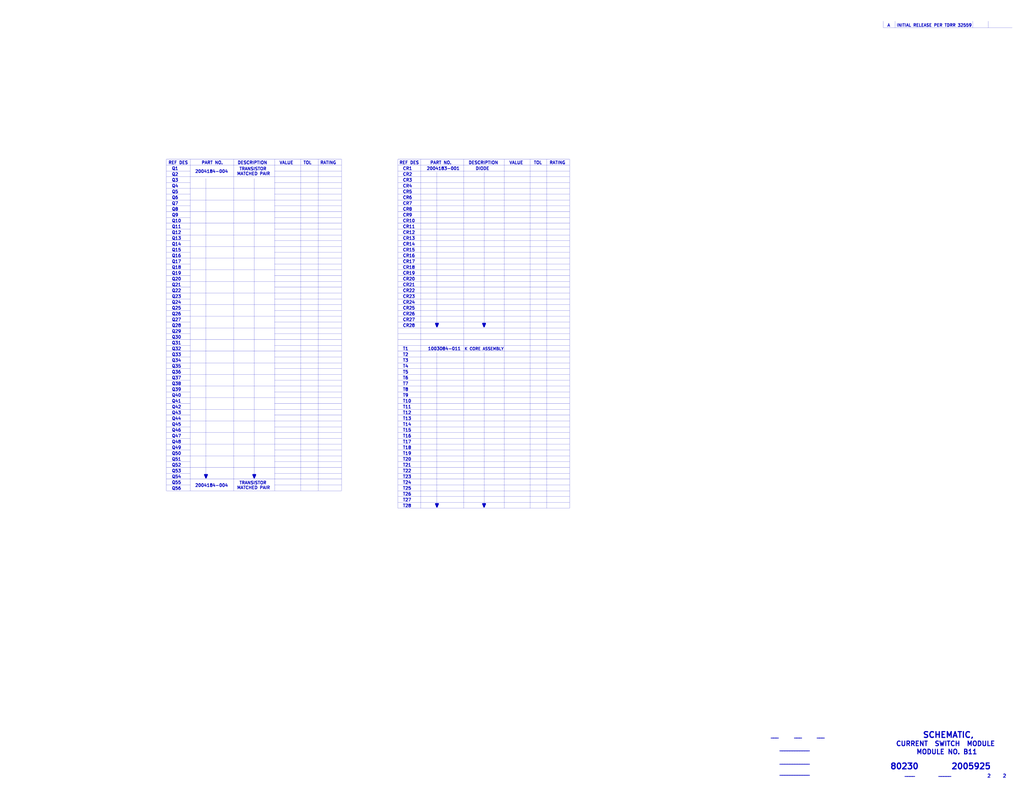
<source format=kicad_sch>
(kicad_sch (version 20211123) (generator eeschema)
  (paper "E")
  (lib_symbols)
  (polyline (pts (xy 529.59 550.2402) (xy 528.32 553.4152)) (stroke (width 1.524) (type solid)))
  (polyline (pts (xy 434.34 370.84) (xy 621.665 370.84)) (stroke (width 0) (type solid)))
  (polyline (pts (xy 224.79 194.945) (xy 224.79 521.97)) (stroke (width 0) (type solid)))
  (polyline (pts (xy 434.34 173.99) (xy 621.665 173.99)) (stroke (width 0) (type solid)))
  (polyline (pts (xy 434.34 440.69) (xy 621.665 440.69)) (stroke (width 0) (type solid)))
  (polyline (pts (xy 181.61 199.39) (xy 207.645 199.39)) (stroke (width 0) (type solid)))
  (polyline (pts (xy 224.79 521.6652) (xy 223.52 518.4902)) (stroke (width 1.524) (type solid)))
  (polyline (pts (xy 434.34 269.24) (xy 621.665 269.24)) (stroke (width 0) (type solid)))
  (polyline (pts (xy 434.34 262.89) (xy 621.665 262.89)) (stroke (width 0) (type solid)))
  (polyline (pts (xy 478.155 550.2402) (xy 476.885 553.4152)) (stroke (width 1.524) (type solid)))
  (polyline (pts (xy 434.34 389.89) (xy 621.665 389.89)) (stroke (width 0) (type solid)))
  (polyline (pts (xy 372.745 199.39) (xy 299.72 199.39)) (stroke (width 0) (type solid)))
  (polyline (pts (xy 372.745 237.49) (xy 299.72 237.49)) (stroke (width 0) (type solid)))
  (polyline (pts (xy 964.1332 30.226) (xy 1104.7222 30.226)) (stroke (width 0) (type solid)))
  (polyline (pts (xy 372.745 339.09) (xy 299.72 339.09)) (stroke (width 0) (type solid)))
  (polyline (pts (xy 181.61 231.14) (xy 372.745 231.14)) (stroke (width 0) (type solid)))
  (polyline (pts (xy 181.61 269.24) (xy 372.745 269.24)) (stroke (width 0) (type solid)))
  (polyline (pts (xy 181.61 351.79) (xy 207.645 351.79)) (stroke (width 0) (type solid)))
  (polyline (pts (xy 528.32 356.5652) (xy 527.05 353.3902)) (stroke (width 1.524) (type solid)))
  (polyline (pts (xy 434.34 497.84) (xy 621.665 497.84)) (stroke (width 0) (type solid)))
  (polyline (pts (xy 181.61 173.99) (xy 372.745 173.99)) (stroke (width 0) (type solid)))
  (polyline (pts (xy 372.745 212.09) (xy 299.72 212.09)) (stroke (width 0) (type solid)))
  (polyline (pts (xy 372.745 377.19) (xy 299.72 377.19)) (stroke (width 0) (type solid)))
  (polyline (pts (xy 372.745 250.19) (xy 299.72 250.19)) (stroke (width 0) (type solid)))
  (polyline (pts (xy 372.745 440.69) (xy 299.72 440.69)) (stroke (width 0) (type solid)))
  (polyline (pts (xy 372.745 364.49) (xy 299.72 364.49)) (stroke (width 0) (type solid)))
  (polyline (pts (xy 207.645 173.99) (xy 207.645 535.94)) (stroke (width 0) (type solid)))
  (polyline (pts (xy 372.745 478.79) (xy 299.72 478.79)) (stroke (width 0) (type solid)))
  (polyline (pts (xy 434.34 326.39) (xy 621.665 326.39)) (stroke (width 0) (type solid)))
  (polyline (pts (xy 181.61 377.19) (xy 207.645 377.19)) (stroke (width 0) (type solid)))
  (polyline (pts (xy 181.61 262.89) (xy 207.645 262.89)) (stroke (width 0) (type solid)))
  (polyline (pts (xy 181.61 294.64) (xy 372.745 294.64)) (stroke (width 0) (type solid)))
  (polyline (pts (xy 434.34 332.74) (xy 621.665 332.74)) (stroke (width 0) (type solid)))
  (polyline (pts (xy 223.52 518.4902) (xy 226.06 518.4902)) (stroke (width 1.524) (type solid)))
  (polyline (pts (xy 299.72 173.99) (xy 299.72 535.94)) (stroke (width 0) (type solid)))
  (polyline (pts (xy 976.8332 23.114) (xy 976.8332 30.226)) (stroke (width 0) (type solid)))
  (polyline (pts (xy 475.615 550.2402) (xy 478.155 550.2402)) (stroke (width 1.524) (type solid)))
  (polyline (pts (xy 434.34 535.94) (xy 621.665 535.94)) (stroke (width 0) (type solid)))
  (polyline (pts (xy 434.34 421.64) (xy 621.665 421.64)) (stroke (width 0) (type solid)))
  (polyline (pts (xy 181.61 205.74) (xy 372.745 205.74)) (stroke (width 0) (type solid)))
  (polyline (pts (xy 277.495 194.945) (xy 277.495 521.97)) (stroke (width 0) (type solid)))
  (polyline (pts (xy 596.9 554.99) (xy 596.9 173.99)) (stroke (width 0) (type solid)))
  (polyline (pts (xy 181.61 383.54) (xy 372.745 383.54)) (stroke (width 0) (type solid)))
  (polyline (pts (xy 434.34 415.29) (xy 621.665 415.29)) (stroke (width 0) (type solid)))
  (polyline (pts (xy 434.34 237.49) (xy 621.665 237.49)) (stroke (width 0) (type solid)))
  (polyline (pts (xy 181.61 389.89) (xy 207.645 389.89)) (stroke (width 0) (type solid)))
  (polyline (pts (xy 181.61 402.59) (xy 207.645 402.59)) (stroke (width 0) (type solid)))
  (polyline (pts (xy 328.295 535.94) (xy 328.295 173.99)) (stroke (width 0) (type solid)))
  (polyline (pts (xy 1061.5422 23.114) (xy 1061.5422 30.226)) (stroke (width 0) (type solid)))
  (polyline (pts (xy 434.34 459.74) (xy 621.665 459.74)) (stroke (width 0) (type solid)))
  (polyline (pts (xy 372.745 288.29) (xy 299.72 288.29)) (stroke (width 0) (type solid)))
  (polyline (pts (xy 434.34 320.04) (xy 621.665 320.04)) (stroke (width 0) (type solid)))
  (polyline (pts (xy 528.32 356.87) (xy 528.32 187.96)) (stroke (width 0) (type solid)))
  (polyline (pts (xy 434.34 548.64) (xy 621.665 548.64)) (stroke (width 0) (type solid)))
  (polyline (pts (xy 476.885 356.5652) (xy 475.615 353.3902)) (stroke (width 1.524) (type solid)))
  (polyline (pts (xy 181.61 339.09) (xy 207.645 339.09)) (stroke (width 0) (type solid)))
  (polyline (pts (xy 372.745 516.89) (xy 299.72 516.89)) (stroke (width 0) (type solid)))
  (polyline (pts (xy 372.745 224.79) (xy 299.72 224.79)) (stroke (width 0) (type solid)))
  (polyline (pts (xy 506.095 173.99) (xy 506.095 554.99)) (stroke (width 0) (type solid)))
  (polyline (pts (xy 276.225 518.4902) (xy 278.765 518.4902)) (stroke (width 1.524) (type solid)))
  (polyline (pts (xy 277.495 521.6652) (xy 276.225 518.4902)) (stroke (width 1.524) (type solid)))
  (polyline (pts (xy 434.34 427.99) (xy 621.665 427.99)) (stroke (width 0) (type solid)))
  (polyline (pts (xy 181.61 529.59) (xy 207.645 529.59)) (stroke (width 0) (type solid)))
  (polyline (pts (xy 475.615 353.3902) (xy 478.155 353.3902)) (stroke (width 1.524) (type solid)))
  (polyline (pts (xy 434.34 523.24) (xy 621.665 523.24)) (stroke (width 0) (type solid)))
  (polyline (pts (xy 434.34 231.14) (xy 621.665 231.14)) (stroke (width 0) (type solid)))
  (polyline (pts (xy 372.745 300.99) (xy 299.72 300.99)) (stroke (width 0) (type solid)))
  (polyline (pts (xy 1078.4332 23.114) (xy 1078.4332 30.226)) (stroke (width 0) (type solid)))
  (polyline (pts (xy 527.05 353.3902) (xy 529.59 353.3902)) (stroke (width 1.524) (type solid)))
  (polyline (pts (xy 372.745 453.39) (xy 299.72 453.39)) (stroke (width 0) (type solid)))
  (polyline (pts (xy 478.155 353.3902) (xy 476.885 356.5652)) (stroke (width 1.524) (type solid)))
  (polyline (pts (xy 434.34 199.39) (xy 621.665 199.39)) (stroke (width 0) (type solid)))
  (polyline (pts (xy 528.32 553.4152) (xy 527.05 550.2402)) (stroke (width 1.524) (type solid)))
  (polyline (pts (xy 181.61 224.79) (xy 207.645 224.79)) (stroke (width 0) (type solid)))
  (polyline (pts (xy 434.34 256.54) (xy 621.665 256.54)) (stroke (width 0) (type solid)))
  (polyline (pts (xy 181.61 466.09) (xy 207.645 466.09)) (stroke (width 0) (type solid)))
  (polyline (pts (xy 529.59 353.3902) (xy 528.32 356.5652)) (stroke (width 1.524) (type solid)))
  (polyline (pts (xy 434.34 447.04) (xy 621.665 447.04)) (stroke (width 0) (type solid)))
  (polyline (pts (xy 372.745 504.19) (xy 299.72 504.19)) (stroke (width 0) (type solid)))
  (polyline (pts (xy 434.34 529.59) (xy 621.665 529.59)) (stroke (width 0) (type solid)))
  (polyline (pts (xy 476.885 384.81) (xy 476.885 553.72)) (stroke (width 0) (type solid)))
  (polyline (pts (xy 181.61 288.29) (xy 207.645 288.29)) (stroke (width 0) (type solid)))
  (polyline (pts (xy 181.61 193.04) (xy 372.745 193.04)) (stroke (width 0) (type solid)))
  (polyline (pts (xy 434.34 345.44) (xy 621.665 345.44)) (stroke (width 0) (type solid)))
  (polyline (pts (xy 181.61 523.24) (xy 372.745 523.24)) (stroke (width 0) (type solid)))
  (polyline (pts (xy 434.34 408.94) (xy 621.665 408.94)) (stroke (width 0) (type solid)))
  (polyline (pts (xy 372.745 389.89) (xy 299.72 389.89)) (stroke (width 0) (type solid)))
  (polyline (pts (xy 181.61 186.69) (xy 207.645 186.69)) (stroke (width 0) (type solid)))
  (polyline (pts (xy 181.61 535.94) (xy 372.745 535.94)) (stroke (width 0) (type solid)))
  (polyline (pts (xy 181.61 281.94) (xy 372.745 281.94)) (stroke (width 0) (type solid)))
  (polyline (pts (xy 181.61 434.34) (xy 372.745 434.34)) (stroke (width 0) (type solid)))
  (polyline (pts (xy 434.34 472.44) (xy 621.665 472.44)) (stroke (width 0) (type solid)))
  (polyline (pts (xy 181.61 510.54) (xy 372.745 510.54)) (stroke (width 0) (type solid)))
  (polyline (pts (xy 434.34 300.99) (xy 621.665 300.99)) (stroke (width 0) (type solid)))
  (polyline (pts (xy 434.34 180.34) (xy 621.665 180.34)) (stroke (width 0) (type solid)))
  (polyline (pts (xy 181.61 307.34) (xy 372.745 307.34)) (stroke (width 0) (type solid)))
  (polyline (pts (xy 181.61 427.99) (xy 207.645 427.99)) (stroke (width 0) (type solid)))
  (polyline (pts (xy 181.61 447.04) (xy 372.745 447.04)) (stroke (width 0) (type solid)))
  (polyline (pts (xy 181.61 256.54) (xy 372.745 256.54)) (stroke (width 0) (type solid)))
  (polyline (pts (xy 434.34 396.24) (xy 621.665 396.24)) (stroke (width 0) (type solid)))
  (polyline (pts (xy 181.61 504.19) (xy 207.645 504.19)) (stroke (width 0) (type solid)))
  (polyline (pts (xy 434.34 478.79) (xy 621.665 478.79)) (stroke (width 0) (type solid)))
  (polyline (pts (xy 434.34 351.79) (xy 621.665 351.79)) (stroke (width 0) (type solid)))
  (polyline (pts (xy 181.61 478.79) (xy 207.645 478.79)) (stroke (width 0) (type solid)))
  (polyline (pts (xy 181.61 250.19) (xy 207.645 250.19)) (stroke (width 0) (type solid)))
  (polyline (pts (xy 181.61 497.84) (xy 372.745 497.84)) (stroke (width 0) (type solid)))
  (polyline (pts (xy 621.665 173.99) (xy 621.665 554.99)) (stroke (width 0) (type solid)))
  (polyline (pts (xy 434.34 377.19) (xy 621.665 377.19)) (stroke (width 0) (type solid)))
  (polyline (pts (xy 434.34 212.09) (xy 621.665 212.09)) (stroke (width 0) (type solid)))
  (polyline (pts (xy 372.745 186.69) (xy 299.72 186.69)) (stroke (width 0) (type solid)))
  (polyline (pts (xy 181.61 275.59) (xy 207.645 275.59)) (stroke (width 0) (type solid)))
  (polyline (pts (xy 226.06 518.4902) (xy 224.79 521.6652)) (stroke (width 1.524) (type solid)))
  (polyline (pts (xy 434.34 383.54) (xy 621.665 383.54)) (stroke (width 0) (type solid)))
  (polyline (pts (xy 434.34 275.59) (xy 621.665 275.59)) (stroke (width 0) (type solid)))
  (polyline (pts (xy 476.885 553.4152) (xy 475.615 550.2402)) (stroke (width 1.524) (type solid)))
  (polyline (pts (xy 434.34 542.29) (xy 621.665 542.29)) (stroke (width 0) (type solid)))
  (polyline (pts (xy 372.745 466.09) (xy 299.72 466.09)) (stroke (width 0) (type solid)))
  (polyline (pts (xy 434.34 434.34) (xy 621.665 434.34)) (stroke (width 0) (type solid)))
  (polyline (pts (xy 527.05 550.2402) (xy 529.59 550.2402)) (stroke (width 1.524) (type solid)))
  (polyline (pts (xy 434.34 504.19) (xy 621.665 504.19)) (stroke (width 0) (type solid)))
  (polyline (pts (xy 434.34 186.69) (xy 621.665 186.69)) (stroke (width 0) (type solid)))
  (polyline (pts (xy 347.345 173.99) (xy 347.345 535.94)) (stroke (width 0) (type solid)))
  (polyline (pts (xy 434.34 358.14) (xy 621.665 358.14)) (stroke (width 0) (type solid)))
  (polyline (pts (xy 476.885 187.96) (xy 476.885 356.87)) (stroke (width 0) (type solid)))
  (polyline (pts (xy 372.745 535.94) (xy 372.745 173.99)) (stroke (width 0) (type solid)))
  (polyline (pts (xy 181.61 485.14) (xy 372.745 485.14)) (stroke (width 0) (type solid)))
  (polyline (pts (xy 278.765 518.4902) (xy 277.495 521.6652)) (stroke (width 1.524) (type solid)))
  (polyline (pts (xy 434.34 243.84) (xy 621.665 243.84)) (stroke (width 0) (type solid)))
  (polyline (pts (xy 459.105 554.99) (xy 459.105 173.99)) (stroke (width 0) (type solid)))
  (polyline (pts (xy 181.61 300.99) (xy 207.645 300.99)) (stroke (width 0) (type solid)))
  (polyline (pts (xy 181.61 408.94) (xy 372.745 408.94)) (stroke (width 0) (type solid)))
  (polyline (pts (xy 434.34 339.09) (xy 621.665 339.09)) (stroke (width 0) (type solid)))
  (polyline (pts (xy 181.61 440.69) (xy 207.645 440.69)) (stroke (width 0) (type solid)))
  (polyline (pts (xy 181.61 326.39) (xy 207.645 326.39)) (stroke (width 0) (type solid)))
  (polyline (pts (xy 181.61 421.64) (xy 372.745 421.64)) (stroke (width 0) (type solid)))
  (polyline (pts (xy 434.34 313.69) (xy 621.665 313.69)) (stroke (width 0) (type solid)))
  (polyline (pts (xy 434.34 453.39) (xy 621.665 453.39)) (stroke (width 0) (type solid)))
  (polyline (pts (xy 434.34 173.99) (xy 434.34 554.99)) (stroke (width 0) (type solid)))
  (polyline (pts (xy 372.745 275.59) (xy 299.72 275.59)) (stroke (width 0) (type solid)))
  (polyline (pts (xy 181.61 345.44) (xy 372.745 345.44)) (stroke (width 0) (type solid)))
  (polyline (pts (xy 181.61 453.39) (xy 207.645 453.39)) (stroke (width 0) (type solid)))
  (polyline (pts (xy 372.745 415.29) (xy 299.72 415.29)) (stroke (width 0) (type solid)))
  (polyline (pts (xy 434.34 281.94) (xy 621.665 281.94)) (stroke (width 0) (type solid)))
  (polyline (pts (xy 372.745 262.89) (xy 299.72 262.89)) (stroke (width 0) (type solid)))
  (polyline (pts (xy 434.34 554.99) (xy 621.665 554.99)) (stroke (width 0) (type solid)))
  (polyline (pts (xy 181.61 332.74) (xy 372.745 332.74)) (stroke (width 0) (type solid)))
  (polyline (pts (xy 434.34 485.14) (xy 621.665 485.14)) (stroke (width 0) (type solid)))
  (polyline (pts (xy 372.745 313.69) (xy 299.72 313.69)) (stroke (width 0) (type solid)))
  (polyline (pts (xy 372.745 402.59) (xy 299.72 402.59)) (stroke (width 0) (type solid)))
  (polyline (pts (xy 181.61 459.74) (xy 372.745 459.74)) (stroke (width 0) (type solid)))
  (polyline (pts (xy 434.34 466.09) (xy 621.665 466.09)) (stroke (width 0) (type solid)))
  (polyline (pts (xy 181.61 313.69) (xy 207.645 313.69)) (stroke (width 0) (type solid)))
  (polyline (pts (xy 181.61 472.44) (xy 372.745 472.44)) (stroke (width 0) (type solid)))
  (polyline (pts (xy 434.34 218.44) (xy 621.665 218.44)) (stroke (width 0) (type solid)))
  (polyline (pts (xy 181.61 358.14) (xy 372.745 358.14)) (stroke (width 0) (type solid)))
  (polyline (pts (xy 372.745 351.79) (xy 299.72 351.79)) (stroke (width 0) (type solid)))
  (polyline (pts (xy 434.34 516.89) (xy 621.665 516.89)) (stroke (width 0) (type solid)))
  (polyline (pts (xy 181.61 212.09) (xy 207.645 212.09)) (stroke (width 0) (type solid)))
  (polyline (pts (xy 181.61 491.49) (xy 207.645 491.49)) (stroke (width 0) (type solid)))
  (polyline (pts (xy 181.61 516.89) (xy 207.645 516.89)) (stroke (width 0) (type solid)))
  (polyline (pts (xy 181.61 237.49) (xy 207.645 237.49)) (stroke (width 0) (type solid)))
  (polyline (pts (xy 434.34 491.49) (xy 621.665 491.49)) (stroke (width 0) (type solid)))
  (polyline (pts (xy 372.745 529.59) (xy 299.72 529.59)) (stroke (width 0) (type solid)))
  (polyline (pts (xy 372.745 491.49) (xy 299.72 491.49)) (stroke (width 0) (type solid)))
  (polyline (pts (xy 181.61 243.84) (xy 372.745 243.84)) (stroke (width 0) (type solid)))
  (polyline (pts (xy 181.61 173.99) (xy 181.61 535.94)) (stroke (width 0) (type solid)))
  (polyline (pts (xy 964.1332 23.114) (xy 964.1332 30.226)) (stroke (width 0) (type solid)))
  (polyline (pts (xy 181.61 415.29) (xy 207.645 415.29)) (stroke (width 0) (type solid)))
  (polyline (pts (xy 181.61 180.34) (xy 372.745 180.34)) (stroke (width 0) (type solid)))
  (polyline (pts (xy 181.61 364.49) (xy 207.645 364.49)) (stroke (width 0) (type solid)))
  (polyline (pts (xy 528.32 553.72) (xy 528.32 384.81)) (stroke (width 0) (type solid)))
  (polyline (pts (xy 550.545 554.99) (xy 550.545 173.99)) (stroke (width 0) (type solid)))
  (polyline (pts (xy 434.34 307.34) (xy 621.665 307.34)) (stroke (width 0) (type solid)))
  (polyline (pts (xy 434.34 250.19) (xy 621.665 250.19)) (stroke (width 0) (type solid)))
  (polyline (pts (xy 181.61 320.04) (xy 372.745 320.04)) (stroke (width 0) (type solid)))
  (polyline (pts (xy 434.34 294.64) (xy 621.665 294.64)) (stroke (width 0) (type solid)))
  (polyline (pts (xy 434.34 402.59) (xy 621.665 402.59)) (stroke (width 0) (type solid)))
  (polyline (pts (xy 181.61 370.84) (xy 372.745 370.84)) (stroke (width 0) (type solid)))
  (polyline (pts (xy 434.34 288.29) (xy 621.665 288.29)) (stroke (width 0) (type solid)))
  (polyline (pts (xy 181.61 218.44) (xy 372.745 218.44)) (stroke (width 0) (type solid)))
  (polyline (pts (xy 372.745 326.39) (xy 299.72 326.39)) (stroke (width 0) (type solid)))
  (polyline (pts (xy 434.34 193.04) (xy 621.665 193.04)) (stroke (width 0) (type solid)))
  (polyline (pts (xy 372.745 427.99) (xy 299.72 427.99)) (stroke (width 0) (type solid)))
  (polyline (pts (xy 578.485 173.99) (xy 578.485 554.99)) (stroke (width 0) (type solid)))
  (polyline (pts (xy 434.34 510.54) (xy 621.665 510.54)) (stroke (width 0) (type solid)))
  (polyline (pts (xy 434.34 364.49) (xy 621.665 364.49)) (stroke (width 0) (type solid)))
  (polyline (pts (xy 255.27 535.94) (xy 255.27 173.99)) (stroke (width 0) (type solid)))
  (polyline (pts (xy 181.61 396.24) (xy 372.745 396.24)) (stroke (width 0) (type solid)))
  (polyline (pts (xy 434.34 224.79) (xy 621.665 224.79)) (stroke (width 0) (type solid)))
  (polyline (pts (xy 434.34 205.74) (xy 621.665 205.74)) (stroke (width 0) (type solid)))
  (text "Q32" (at 187.325 382.905 0) (effects (font (size 3.302 3.302) (thickness 0.6604) bold) (justify left bottom)))
  (text "CR27" (at 439.42 351.155 0) (effects (font (size 3.302 3.302) (thickness 0.6604) bold) (justify left bottom)))
  (text "Q3" (at 187.325 198.755 0) (effects (font (size 3.302 3.302) (thickness 0.6604) bold) (justify left bottom)))
  (text "MODULE NO. B11" (at 999.7948 824.2046 0) (effects (font (size 5.08 5.08) (thickness 1.016) bold) (justify left bottom)))
  (text "Q21" (at 187.325 313.055 0) (effects (font (size 3.302 3.302) (thickness 0.6604) bold) (justify left bottom)))
  (text "Q24" (at 187.325 332.105 0) (effects (font (size 3.302 3.302) (thickness 0.6604) bold) (justify left bottom)))
  (text "T15" (at 439.42 471.805 0) (effects (font (size 3.302 3.302) (thickness 0.6604) bold) (justify left bottom)))
  (text "Q4" (at 187.325 205.105 0) (effects (font (size 3.302 3.302) (thickness 0.6604) bold) (justify left bottom)))
  (text "Q51" (at 187.325 503.555 0) (effects (font (size 3.302 3.302) (thickness 0.6604) bold) (justify left bottom)))
  (text "CR5" (at 439.42 211.455 0) (effects (font (size 3.302 3.302) (thickness 0.6604) bold) (justify left bottom)))
  (text "Q34" (at 187.325 395.605 0) (effects (font (size 3.302 3.302) (thickness 0.6604) bold) (justify left bottom)))
  (text "____" (at 987.0948 848.3346 0) (effects (font (size 3.556 3.556) (thickness 0.7112) bold) (justify left bottom)))
  (text "T21" (at 439.42 509.905 0) (effects (font (size 3.302 3.302) (thickness 0.6604) bold) (justify left bottom)))
  (text "Q50" (at 187.325 497.205 0) (effects (font (size 3.302 3.302) (thickness 0.6604) bold) (justify left bottom)))
  (text "Q16" (at 187.325 281.305 0) (effects (font (size 3.302 3.302) (thickness 0.6604) bold) (justify left bottom)))
  (text "DESCRIPTION" (at 259.08 179.705 0) (effects (font (size 3.302 3.302) (thickness 0.6604) bold) (justify left bottom)))
  (text "Q30" (at 187.325 370.205 0) (effects (font (size 3.302 3.302) (thickness 0.6604) bold) (justify left bottom)))
  (text "Q27" (at 187.325 351.155 0) (effects (font (size 3.302 3.302) (thickness 0.6604) bold) (justify left bottom)))
  (text "Q47" (at 187.325 478.155 0) (effects (font (size 3.302 3.302) (thickness 0.6604) bold) (justify left bottom)))
  (text "T27" (at 439.42 548.005 0) (effects (font (size 3.302 3.302) (thickness 0.6604) bold) (justify left bottom)))
  (text "CR4" (at 439.42 205.105 0) (effects (font (size 3.302 3.302) (thickness 0.6604) bold) (justify left bottom)))
  (text "T24" (at 439.42 528.955 0) (effects (font (size 3.302 3.302) (thickness 0.6604) bold) (justify left bottom)))
  (text "Q49" (at 187.325 490.855 0) (effects (font (size 3.302 3.302) (thickness 0.6604) bold) (justify left bottom)))
  (text "Q54" (at 187.325 522.605 0) (effects (font (size 3.302 3.302) (thickness 0.6604) bold) (justify left bottom)))
  (text "____________" (at 850.5698 834.9996 0) (effects (font (size 3.556 3.556) (thickness 0.7112) bold) (justify left bottom)))
  (text "T10" (at 439.42 440.055 0) (effects (font (size 3.302 3.302) (thickness 0.6604) bold) (justify left bottom)))
  (text "T3" (at 439.42 395.605 0) (effects (font (size 3.302 3.302) (thickness 0.6604) bold) (justify left bottom)))
  (text "Q33" (at 187.325 389.255 0) (effects (font (size 3.302 3.302) (thickness 0.6604) bold) (justify left bottom)))
  (text "2004184-004\n" (at 212.725 189.23 0) (effects (font (size 3.302 3.302) (thickness 0.6604) bold) (justify left bottom)))
  (text "Q6" (at 187.325 217.805 0) (effects (font (size 3.302 3.302) (thickness 0.6604) bold) (justify left bottom)))
  (text "VALUE" (at 555.625 179.705 0) (effects (font (size 3.302 3.302) (thickness 0.6604) bold) (justify left bottom)))
  (text "Q56" (at 187.325 535.305 0) (effects (font (size 3.302 3.302) (thickness 0.6604) bold) (justify left bottom)))
  (text "Q18" (at 187.325 294.005 0) (effects (font (size 3.302 3.302) (thickness 0.6604) bold) (justify left bottom)))
  (text "Q7" (at 187.325 224.155 0) (effects (font (size 3.302 3.302) (thickness 0.6604) bold) (justify left bottom)))
  (text "T25" (at 439.42 535.305 0) (effects (font (size 3.302 3.302) (thickness 0.6604) bold) (justify left bottom)))
  (text "CR15" (at 439.42 274.955 0) (effects (font (size 3.302 3.302) (thickness 0.6604) bold) (justify left bottom)))
  (text "T7" (at 439.42 421.005 0) (effects (font (size 3.302 3.302) (thickness 0.6604) bold) (justify left bottom)))
  (text "CR14" (at 439.42 268.605 0) (effects (font (size 3.302 3.302) (thickness 0.6604) bold) (justify left bottom)))
  (text "T8" (at 439.42 427.355 0) (effects (font (size 3.302 3.302) (thickness 0.6604) bold) (justify left bottom)))
  (text "Q52" (at 187.325 509.905 0) (effects (font (size 3.302 3.302) (thickness 0.6604) bold) (justify left bottom)))
  (text "TOL" (at 582.295 179.705 0) (effects (font (size 3.302 3.302) (thickness 0.6604) bold) (justify left bottom)))
  (text "CR16" (at 439.42 281.305 0) (effects (font (size 3.302 3.302) (thickness 0.6604) bold) (justify left bottom)))
  (text "CR17" (at 439.42 287.655 0) (effects (font (size 3.302 3.302) (thickness 0.6604) bold) (justify left bottom)))
  (text "DESCRIPTION" (at 511.175 179.705 0) (effects (font (size 3.302 3.302) (thickness 0.6604) bold) (justify left bottom)))
  (text "Q43" (at 187.325 452.755 0) (effects (font (size 3.302 3.302) (thickness 0.6604) bold) (justify left bottom)))
  (text "T18" (at 439.42 490.855 0) (effects (font (size 3.302 3.302) (thickness 0.6604) bold) (justify left bottom)))
  (text "80230" (at 971.2198 840.7146 0) (effects (font (size 6.35 6.35) (thickness 1.27) bold) (justify left bottom)))
  (text "___" (at 891.2098 806.4246 0) (effects (font (size 3.556 3.556) (thickness 0.7112) bold) (justify left bottom)))
  (text " TRANSISTOR\nMATCHED PAIR" (at 258.445 191.77 0) (effects (font (size 3.302 3.302) (thickness 0.6604) bold) (justify left bottom)))
  (text "Q8" (at 187.325 230.505 0) (effects (font (size 3.302 3.302) (thickness 0.6604) bold) (justify left bottom)))
  (text "T19" (at 439.42 497.205 0) (effects (font (size 3.302 3.302) (thickness 0.6604) bold) (justify left bottom)))
  (text "TOL" (at 330.835 179.705 0) (effects (font (size 3.302 3.302) (thickness 0.6604) bold) (justify left bottom)))
  (text "INITIAL RELEASE PER TDRR 32559" (at 978.3572 29.591 0) (effects (font (size 3.175 3.175) (thickness 0.635) bold) (justify left bottom)))
  (text "T22" (at 439.42 516.255 0) (effects (font (size 3.302 3.302) (thickness 0.6604) bold) (justify left bottom)))
  (text "T1" (at 439.42 382.905 0) (effects (font (size 3.302 3.302) (thickness 0.6604) bold) (justify left bottom)))
  (text "Q55" (at 187.325 528.955 0) (effects (font (size 3.302 3.302) (thickness 0.6604) bold) (justify left bottom)))
  (text "Q12" (at 187.325 255.905 0) (effects (font (size 3.302 3.302) (thickness 0.6604) bold) (justify left bottom)))
  (text "Q19" (at 187.325 300.355 0) (effects (font (size 3.302 3.302) (thickness 0.6604) bold) (justify left bottom)))
  (text "CR23" (at 439.42 325.755 0) (effects (font (size 3.302 3.302) (thickness 0.6604) bold) (justify left bottom)))
  (text "CR13" (at 439.42 262.255 0) (effects (font (size 3.302 3.302) (thickness 0.6604) bold) (justify left bottom)))
  (text "T9" (at 439.42 433.705 0) (effects (font (size 3.302 3.302) (thickness 0.6604) bold) (justify left bottom)))
  (text "CR9" (at 439.42 236.855 0) (effects (font (size 3.302 3.302) (thickness 0.6604) bold) (justify left bottom)))
  (text " TRANSISTOR\nMATCHED PAIR" (at 258.445 534.67 0) (effects (font (size 3.302 3.302) (thickness 0.6604) bold) (justify left bottom)))
  (text "CR25" (at 439.42 338.455 0) (effects (font (size 3.302 3.302) (thickness 0.6604) bold) (justify left bottom)))
  (text "PART NO." (at 469.265 179.705 0) (effects (font (size 3.302 3.302) (thickness 0.6604) bold) (justify left bottom)))
  (text "Q1" (at 187.325 186.055 0) (effects (font (size 3.302 3.302) (thickness 0.6604) bold) (justify left bottom)))
  (text "Q36" (at 187.325 408.305 0) (effects (font (size 3.302 3.302) (thickness 0.6604) bold) (justify left bottom)))
  (text "Q2" (at 187.325 192.405 0) (effects (font (size 3.302 3.302) (thickness 0.6604) bold) (justify left bottom)))
  (text "Q17" (at 187.325 287.655 0) (effects (font (size 3.302 3.302) (thickness 0.6604) bold) (justify left bottom)))
  (text "T20" (at 439.42 503.555 0) (effects (font (size 3.302 3.302) (thickness 0.6604) bold) (justify left bottom)))
  (text "CR7" (at 439.42 224.155 0) (effects (font (size 3.302 3.302) (thickness 0.6604) bold) (justify left bottom)))
  (text "Q53" (at 187.325 516.255 0) (effects (font (size 3.302 3.302) (thickness 0.6604) bold) (justify left bottom)))
  (text "Q41" (at 187.325 440.055 0) (effects (font (size 3.302 3.302) (thickness 0.6604) bold) (justify left bottom)))
  (text "Q25" (at 187.325 338.455 0) (effects (font (size 3.302 3.302) (thickness 0.6604) bold) (justify left bottom)))
  (text "CR1" (at 439.42 186.055 0) (effects (font (size 3.302 3.302) (thickness 0.6604) bold) (justify left bottom)))
  (text "Q38" (at 187.325 421.005 0) (effects (font (size 3.302 3.302) (thickness 0.6604) bold) (justify left bottom)))
  (text "Q10" (at 187.325 243.205 0) (effects (font (size 3.302 3.302) (thickness 0.6604) bold) (justify left bottom)))
  (text "REF DES" (at 183.515 179.705 0) (effects (font (size 3.302 3.302) (thickness 0.6604) bold) (justify left bottom)))
  (text "CR21" (at 439.42 313.055 0) (effects (font (size 3.302 3.302) (thickness 0.6604) bold) (justify left bottom)))
  (text "RATING" (at 349.25 179.705 0) (effects (font (size 3.302 3.302) (thickness 0.6604) bold) (justify left bottom)))
  (text "CR3" (at 439.42 198.755 0) (effects (font (size 3.302 3.302) (thickness 0.6604) bold) (justify left bottom)))
  (text "Q31" (at 187.325 376.555 0) (effects (font (size 3.302 3.302) (thickness 0.6604) bold) (justify left bottom)))
  (text "CR18" (at 439.42 294.005 0) (effects (font (size 3.302 3.302) (thickness 0.6604) bold) (justify left bottom)))
  (text "CR8" (at 439.42 230.505 0) (effects (font (size 3.302 3.302) (thickness 0.6604) bold) (justify left bottom)))
  (text "CR22" (at 439.42 319.405 0) (effects (font (size 3.302 3.302) (thickness 0.6604) bold) (justify left bottom)))
  (text "2004184-004\n" (at 212.725 532.13 0) (effects (font (size 3.302 3.302) (thickness 0.6604) bold) (justify left bottom)))
  (text "Q29" (at 187.325 363.855 0) (effects (font (size 3.302 3.302) (thickness 0.6604) bold) (justify left bottom)))
  (text "RATING" (at 599.44 179.705 0) (effects (font (size 3.302 3.302) (thickness 0.6604) bold) (justify left bottom)))
  (text "PART NO." (at 219.71 179.705 0) (effects (font (size 3.302 3.302) (thickness 0.6604) bold) (justify left bottom)))
  (text "Q42" (at 187.325 446.405 0) (effects (font (size 3.302 3.302) (thickness 0.6604) bold) (justify left bottom)))
  (text "Q46" (at 187.325 471.805 0) (effects (font (size 3.302 3.302) (thickness 0.6604) bold) (justify left bottom)))
  (text "Q11" (at 187.325 249.555 0) (effects (font (size 3.302 3.302) (thickness 0.6604) bold) (justify left bottom)))
  (text "Q40" (at 187.325 433.705 0) (effects (font (size 3.302 3.302) (thickness 0.6604) bold) (justify left bottom)))
  (text "Q28" (at 187.325 357.505 0) (effects (font (size 3.302 3.302) (thickness 0.6604) bold) (justify left bottom)))
  (text "T6" (at 439.42 414.655 0) (effects (font (size 3.302 3.302) (thickness 0.6604) bold) (justify left bottom)))
  (text "CR12" (at 439.42 255.905 0) (effects (font (size 3.302 3.302) (thickness 0.6604) bold) (justify left bottom)))
  (text "T5" (at 439.42 408.305 0) (effects (font (size 3.302 3.302) (thickness 0.6604) bold) (justify left bottom)))
  (text "Q23" (at 187.325 325.755 0) (effects (font (size 3.302 3.302) (thickness 0.6604) bold) (justify left bottom)))
  (text "A" (at 968.1972 29.591 0) (effects (font (size 3.175 3.175) (thickness 0.635) bold) (justify left bottom)))
  (text "Q45" (at 187.325 465.455 0) (effects (font (size 3.302 3.302) (thickness 0.6604) bold) (justify left bottom)))
  (text "_____" (at 1023.9248 848.3346 0) (effects (font (size 3.556 3.556) (thickness 0.7112) bold) (justify left bottom)))
  (text "___" (at 841.0448 806.4246 0) (effects (font (size 3.556 3.556) (thickness 0.7112) bold) (justify left bottom)))
  (text "CR20" (at 439.42 306.705 0) (effects (font (size 3.302 3.302) (thickness 0.6604) bold) (justify left bottom)))
  (text "Q22" (at 187.325 319.405 0) (effects (font (size 3.302 3.302) (thickness 0.6604) bold) (justify left bottom)))
  (text "T2" (at 439.42 389.255 0) (effects (font (size 3.302 3.302) (thickness 0.6604) bold) (justify left bottom)))
  (text "Q26" (at 187.325 344.805 0) (effects (font (size 3.302 3.302) (thickness 0.6604) bold) (justify left bottom)))
  (text "CR6" (at 439.42 217.805 0) (effects (font (size 3.302 3.302) (thickness 0.6604) bold) (justify left bottom)))
  (text "CR11" (at 439.42 249.555 0) (effects (font (size 3.302 3.302) (thickness 0.6604) bold) (justify left bottom)))
  (text "Q15" (at 187.325 274.955 0) (effects (font (size 3.302 3.302) (thickness 0.6604) bold) (justify left bottom)))
  (text "Q35" (at 187.325 401.955 0) (effects (font (size 3.302 3.302) (thickness 0.6604) bold) (justify left bottom)))
  (text "____________" (at 850.5698 820.3946 0) (effects (font (size 3.556 3.556) (thickness 0.7112) bold) (justify left bottom)))
  (text "CR19" (at 439.42 300.355 0) (effects (font (size 3.302 3.302) (thickness 0.6604) bold) (justify left bottom)))
  (text "Q13" (at 187.325 262.255 0) (effects (font (size 3.302 3.302) (thickness 0.6604) bold) (justify left bottom)))
  (text "2004183-001" (at 465.455 186.055 0) (effects (font (size 3.302 3.302) (thickness 0.6604) bold) (justify left bottom)))
  (text "Q39" (at 187.325 427.355 0) (effects (font (size 3.302 3.302) (thickness 0.6604) bold) (justify left bottom)))
  (text "T13" (at 439.42 459.105 0) (effects (font (size 3.302 3.302) (thickness 0.6604) bold) (justify left bottom)))
  (text "CR10" (at 439.42 243.205 0) (effects (font (size 3.302 3.302) (thickness 0.6604) bold) (justify left bottom)))
  (text "T4" (at 439.42 401.955 0) (effects (font (size 3.302 3.302) (thickness 0.6604) bold) (justify left bottom)))
  (text "Q48" (at 187.325 484.505 0) (effects (font (size 3.302 3.302) (thickness 0.6604) bold) (justify left bottom)))
  (text "T12" (at 439.42 452.755 0) (effects (font (size 3.302 3.302) (thickness 0.6604) bold) (justify left bottom)))
  (text "CR28" (at 439.42 357.505 0) (effects (font (size 3.302 3.302) (thickness 0.6604) bold) (justify left bottom)))
  (text "Q20" (at 187.325 306.705 0) (effects (font (size 3.302 3.302) (thickness 0.6604) bold) (justify left bottom)))
  (text "DIODE" (at 518.795 186.055 0) (effects (font (size 3.302 3.302) (thickness 0.6604) bold) (justify left bottom)))
  (text "CR24" (at 439.42 332.105 0) (effects (font (size 3.302 3.302) (thickness 0.6604) bold) (justify left bottom)))
  (text "CR26" (at 439.42 344.805 0) (effects (font (size 3.302 3.302) (thickness 0.6604) bold) (justify left bottom)))
  (text "2     2" (at 1077.2648 849.6046 0) (effects (font (size 3.556 3.556) (thickness 0.7112) bold) (justify left bottom)))
  (text "T28" (at 439.42 554.355 0) (effects (font (size 3.302 3.302) (thickness 0.6604) bold) (justify left bottom)))
  (text "CR2" (at 439.42 192.405 0) (effects (font (size 3.302 3.302) (thickness 0.6604) bold) (justify left bottom)))
  (text "T17" (at 439.42 484.505 0) (effects (font (size 3.302 3.302) (thickness 0.6604) bold) (justify left bottom)))
  (text "T16" (at 439.42 478.155 0) (effects (font (size 3.302 3.302) (thickness 0.6604) bold) (justify left bottom)))
  (text "CURRENT  SWITCH  MODULE" (at 977.5698 815.3146 0) (effects (font (size 5.08 5.08) (thickness 1.016) bold) (justify left bottom)))
  (text "T26" (at 439.42 541.655 0) (effects (font (size 3.302 3.302) (thickness 0.6604) bold) (justify left bottom)))
  (text "Q9" (at 187.325 236.855 0) (effects (font (size 3.302 3.302) (thickness 0.6604) bold) (justify left bottom)))
  (text "Q37" (at 187.325 414.655 0) (effects (font (size 3.302 3.302) (thickness 0.6604) bold) (justify left bottom)))
  (text "K CORE ASSEMBLY" (at 506.73 382.905 0) (effects (font (size 3.048 3.048) (thickness 0.6096) bold) (justify left bottom)))
  (text "___" (at 866.4448 806.4246 0) (effects (font (size 3.556 3.556) (thickness 0.7112) bold) (justify left bottom)))
  (text "SCHEMATIC," (at 1006.7798 806.4246 0) (effects (font (size 6.35 6.35) (thickness 1.27) bold) (justify left bottom)))
  (text "Q14" (at 187.325 268.605 0) (effects (font (size 3.302 3.302) (thickness 0.6604) bold) (justify left bottom)))
  (text "T14" (at 439.42 465.455 0) (effects (font (size 3.302 3.302) (thickness 0.6604) bold) (justify left bottom)))
  (text "T11" (at 439.42 446.405 0) (effects (font (size 3.302 3.302) (thickness 0.6604) bold) (justify left bottom)))
  (text "VALUE" (at 304.8 179.705 0) (effects (font (size 3.302 3.302) (thickness 0.6604) bold) (justify left bottom)))
  (text "____________" (at 850.5698 847.0646 0) (effects (font (size 3.556 3.556) (thickness 0.7112) bold) (justify left bottom)))
  (text "REF DES" (at 435.61 179.705 0) (effects (font (size 3.302 3.302) (thickness 0.6604) bold) (justify left bottom)))
  (text "1003084-011" (at 466.725 382.905 0) (effects (font (size 3.302 3.302) (thickness 0.6604) bold) (justify left bottom)))
  (text "Q44" (at 187.325 459.105 0) (effects (font (size 3.302 3.302) (thickness 0.6604) bold) (justify left bottom)))
  (text "Q5" (at 187.325 211.455 0) (effects (font (size 3.302 3.302) (thickness 0.6604) bold) (justify left bottom)))
  (text "T23" (at 439.42 522.605 0) (effects (font (size 3.302 3.302) (thickness 0.6604) bold) (justify left bottom)))
  (text "2005925" (at 1037.8948 840.7146 0) (effects (font (size 6.35 6.35) (thickness 1.27) bold) (justify left bottom)))
)
</source>
